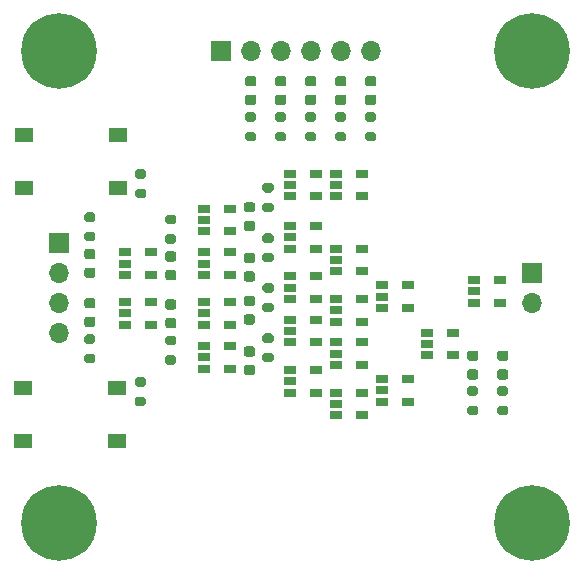
<source format=gbr>
%TF.GenerationSoftware,KiCad,Pcbnew,(5.1.9)-1*%
%TF.CreationDate,2021-04-27T12:28:50+01:00*%
%TF.ProjectId,LLC-003,4c4c432d-3030-4332-9e6b-696361645f70,1.0*%
%TF.SameCoordinates,Original*%
%TF.FileFunction,Soldermask,Top*%
%TF.FilePolarity,Negative*%
%FSLAX46Y46*%
G04 Gerber Fmt 4.6, Leading zero omitted, Abs format (unit mm)*
G04 Created by KiCad (PCBNEW (5.1.9)-1) date 2021-04-27 12:28:50*
%MOMM*%
%LPD*%
G01*
G04 APERTURE LIST*
%ADD10R,1.550000X1.300000*%
%ADD11R,1.060000X0.650000*%
%ADD12O,1.700000X1.700000*%
%ADD13R,1.700000X1.700000*%
%ADD14C,0.800000*%
%ADD15C,6.400000*%
G04 APERTURE END LIST*
D10*
%TO.C,SW2*%
X116985200Y-77066800D03*
X116985200Y-81566800D03*
X124945200Y-81566800D03*
X124945200Y-77066800D03*
%TD*%
%TO.C,SW1*%
X124894400Y-103004400D03*
X124894400Y-98504400D03*
X116934400Y-98504400D03*
X116934400Y-103004400D03*
%TD*%
%TO.C,R17*%
G36*
G01*
X127183800Y-80810000D02*
X126633800Y-80810000D01*
G75*
G02*
X126433800Y-80610000I0J200000D01*
G01*
X126433800Y-80210000D01*
G75*
G02*
X126633800Y-80010000I200000J0D01*
G01*
X127183800Y-80010000D01*
G75*
G02*
X127383800Y-80210000I0J-200000D01*
G01*
X127383800Y-80610000D01*
G75*
G02*
X127183800Y-80810000I-200000J0D01*
G01*
G37*
G36*
G01*
X127183800Y-82460000D02*
X126633800Y-82460000D01*
G75*
G02*
X126433800Y-82260000I0J200000D01*
G01*
X126433800Y-81860000D01*
G75*
G02*
X126633800Y-81660000I200000J0D01*
G01*
X127183800Y-81660000D01*
G75*
G02*
X127383800Y-81860000I0J-200000D01*
G01*
X127383800Y-82260000D01*
G75*
G02*
X127183800Y-82460000I-200000J0D01*
G01*
G37*
%TD*%
%TO.C,R16*%
G36*
G01*
X126583000Y-99261200D02*
X127133000Y-99261200D01*
G75*
G02*
X127333000Y-99461200I0J-200000D01*
G01*
X127333000Y-99861200D01*
G75*
G02*
X127133000Y-100061200I-200000J0D01*
G01*
X126583000Y-100061200D01*
G75*
G02*
X126383000Y-99861200I0J200000D01*
G01*
X126383000Y-99461200D01*
G75*
G02*
X126583000Y-99261200I200000J0D01*
G01*
G37*
G36*
G01*
X126583000Y-97611200D02*
X127133000Y-97611200D01*
G75*
G02*
X127333000Y-97811200I0J-200000D01*
G01*
X127333000Y-98211200D01*
G75*
G02*
X127133000Y-98411200I-200000J0D01*
G01*
X126583000Y-98411200D01*
G75*
G02*
X126383000Y-98211200I0J200000D01*
G01*
X126383000Y-97811200D01*
G75*
G02*
X126583000Y-97611200I200000J0D01*
G01*
G37*
%TD*%
D11*
%TO.C,U20*%
X157320400Y-89390400D03*
X157320400Y-91290400D03*
X155120400Y-91290400D03*
X155120400Y-90340400D03*
X155120400Y-89390400D03*
%TD*%
%TO.C,U19*%
X153358000Y-93860800D03*
X153358000Y-95760800D03*
X151158000Y-95760800D03*
X151158000Y-94810800D03*
X151158000Y-93860800D03*
%TD*%
%TO.C,U18*%
X149497200Y-97772400D03*
X149497200Y-99672400D03*
X147297200Y-99672400D03*
X147297200Y-98722400D03*
X147297200Y-97772400D03*
%TD*%
%TO.C,U17*%
X149497200Y-89847600D03*
X149497200Y-91747600D03*
X147297200Y-91747600D03*
X147297200Y-90797600D03*
X147297200Y-89847600D03*
%TD*%
%TO.C,U16*%
X145636400Y-98940800D03*
X145636400Y-100840800D03*
X143436400Y-100840800D03*
X143436400Y-99890800D03*
X143436400Y-98940800D03*
%TD*%
%TO.C,U15*%
X145636400Y-94673600D03*
X145636400Y-96573600D03*
X143436400Y-96573600D03*
X143436400Y-95623600D03*
X143436400Y-94673600D03*
%TD*%
%TO.C,U14*%
X145636400Y-91016000D03*
X145636400Y-92916000D03*
X143436400Y-92916000D03*
X143436400Y-91966000D03*
X143436400Y-91016000D03*
%TD*%
%TO.C,U13*%
X145636400Y-86748800D03*
X145636400Y-88648800D03*
X143436400Y-88648800D03*
X143436400Y-87698800D03*
X143436400Y-86748800D03*
%TD*%
%TO.C,U12*%
X141775600Y-97010400D03*
X141775600Y-98910400D03*
X139575600Y-98910400D03*
X139575600Y-97960400D03*
X139575600Y-97010400D03*
%TD*%
%TO.C,U11*%
X141775600Y-92743200D03*
X141775600Y-94643200D03*
X139575600Y-94643200D03*
X139575600Y-93693200D03*
X139575600Y-92743200D03*
%TD*%
%TO.C,U10*%
X141775600Y-89085600D03*
X141775600Y-90985600D03*
X139575600Y-90985600D03*
X139575600Y-90035600D03*
X139575600Y-89085600D03*
%TD*%
%TO.C,U9*%
X141775600Y-84818400D03*
X141775600Y-86718400D03*
X139575600Y-86718400D03*
X139575600Y-85768400D03*
X139575600Y-84818400D03*
%TD*%
%TO.C,U8*%
X145636400Y-80398800D03*
X145636400Y-82298800D03*
X143436400Y-82298800D03*
X143436400Y-81348800D03*
X143436400Y-80398800D03*
%TD*%
%TO.C,U7*%
X141758000Y-80398800D03*
X141758000Y-82298800D03*
X139558000Y-82298800D03*
X139558000Y-81348800D03*
X139558000Y-80398800D03*
%TD*%
%TO.C,U6*%
X134460400Y-94978400D03*
X134460400Y-96878400D03*
X132260400Y-96878400D03*
X132260400Y-95928400D03*
X132260400Y-94978400D03*
%TD*%
%TO.C,U5*%
X134460400Y-91270000D03*
X134460400Y-93170000D03*
X132260400Y-93170000D03*
X132260400Y-92220000D03*
X132260400Y-91270000D03*
%TD*%
%TO.C,U4*%
X134460400Y-87053600D03*
X134460400Y-88953600D03*
X132260400Y-88953600D03*
X132260400Y-88003600D03*
X132260400Y-87053600D03*
%TD*%
%TO.C,U3*%
X134460400Y-83360400D03*
X134460400Y-85260400D03*
X132260400Y-85260400D03*
X132260400Y-84310400D03*
X132260400Y-83360400D03*
%TD*%
%TO.C,U2*%
X127805600Y-87053600D03*
X127805600Y-88953600D03*
X125605600Y-88953600D03*
X125605600Y-88003600D03*
X125605600Y-87053600D03*
%TD*%
%TO.C,U1*%
X127805600Y-91270000D03*
X127805600Y-93170000D03*
X125605600Y-93170000D03*
X125605600Y-92220000D03*
X125605600Y-91270000D03*
%TD*%
%TO.C,R15*%
G36*
G01*
X157266200Y-100023200D02*
X157816200Y-100023200D01*
G75*
G02*
X158016200Y-100223200I0J-200000D01*
G01*
X158016200Y-100623200D01*
G75*
G02*
X157816200Y-100823200I-200000J0D01*
G01*
X157266200Y-100823200D01*
G75*
G02*
X157066200Y-100623200I0J200000D01*
G01*
X157066200Y-100223200D01*
G75*
G02*
X157266200Y-100023200I200000J0D01*
G01*
G37*
G36*
G01*
X157266200Y-98373200D02*
X157816200Y-98373200D01*
G75*
G02*
X158016200Y-98573200I0J-200000D01*
G01*
X158016200Y-98973200D01*
G75*
G02*
X157816200Y-99173200I-200000J0D01*
G01*
X157266200Y-99173200D01*
G75*
G02*
X157066200Y-98973200I0J200000D01*
G01*
X157066200Y-98573200D01*
G75*
G02*
X157266200Y-98373200I200000J0D01*
G01*
G37*
%TD*%
%TO.C,R14*%
G36*
G01*
X154726200Y-100023200D02*
X155276200Y-100023200D01*
G75*
G02*
X155476200Y-100223200I0J-200000D01*
G01*
X155476200Y-100623200D01*
G75*
G02*
X155276200Y-100823200I-200000J0D01*
G01*
X154726200Y-100823200D01*
G75*
G02*
X154526200Y-100623200I0J200000D01*
G01*
X154526200Y-100223200D01*
G75*
G02*
X154726200Y-100023200I200000J0D01*
G01*
G37*
G36*
G01*
X154726200Y-98373200D02*
X155276200Y-98373200D01*
G75*
G02*
X155476200Y-98573200I0J-200000D01*
G01*
X155476200Y-98973200D01*
G75*
G02*
X155276200Y-99173200I-200000J0D01*
G01*
X154726200Y-99173200D01*
G75*
G02*
X154526200Y-98973200I0J200000D01*
G01*
X154526200Y-98573200D01*
G75*
G02*
X154726200Y-98373200I200000J0D01*
G01*
G37*
%TD*%
%TO.C,R13*%
G36*
G01*
X146090200Y-76846200D02*
X146640200Y-76846200D01*
G75*
G02*
X146840200Y-77046200I0J-200000D01*
G01*
X146840200Y-77446200D01*
G75*
G02*
X146640200Y-77646200I-200000J0D01*
G01*
X146090200Y-77646200D01*
G75*
G02*
X145890200Y-77446200I0J200000D01*
G01*
X145890200Y-77046200D01*
G75*
G02*
X146090200Y-76846200I200000J0D01*
G01*
G37*
G36*
G01*
X146090200Y-75196200D02*
X146640200Y-75196200D01*
G75*
G02*
X146840200Y-75396200I0J-200000D01*
G01*
X146840200Y-75796200D01*
G75*
G02*
X146640200Y-75996200I-200000J0D01*
G01*
X146090200Y-75996200D01*
G75*
G02*
X145890200Y-75796200I0J200000D01*
G01*
X145890200Y-75396200D01*
G75*
G02*
X146090200Y-75196200I200000J0D01*
G01*
G37*
%TD*%
%TO.C,R12*%
G36*
G01*
X143550200Y-76846200D02*
X144100200Y-76846200D01*
G75*
G02*
X144300200Y-77046200I0J-200000D01*
G01*
X144300200Y-77446200D01*
G75*
G02*
X144100200Y-77646200I-200000J0D01*
G01*
X143550200Y-77646200D01*
G75*
G02*
X143350200Y-77446200I0J200000D01*
G01*
X143350200Y-77046200D01*
G75*
G02*
X143550200Y-76846200I200000J0D01*
G01*
G37*
G36*
G01*
X143550200Y-75196200D02*
X144100200Y-75196200D01*
G75*
G02*
X144300200Y-75396200I0J-200000D01*
G01*
X144300200Y-75796200D01*
G75*
G02*
X144100200Y-75996200I-200000J0D01*
G01*
X143550200Y-75996200D01*
G75*
G02*
X143350200Y-75796200I0J200000D01*
G01*
X143350200Y-75396200D01*
G75*
G02*
X143550200Y-75196200I200000J0D01*
G01*
G37*
%TD*%
%TO.C,R11*%
G36*
G01*
X141010200Y-76846200D02*
X141560200Y-76846200D01*
G75*
G02*
X141760200Y-77046200I0J-200000D01*
G01*
X141760200Y-77446200D01*
G75*
G02*
X141560200Y-77646200I-200000J0D01*
G01*
X141010200Y-77646200D01*
G75*
G02*
X140810200Y-77446200I0J200000D01*
G01*
X140810200Y-77046200D01*
G75*
G02*
X141010200Y-76846200I200000J0D01*
G01*
G37*
G36*
G01*
X141010200Y-75196200D02*
X141560200Y-75196200D01*
G75*
G02*
X141760200Y-75396200I0J-200000D01*
G01*
X141760200Y-75796200D01*
G75*
G02*
X141560200Y-75996200I-200000J0D01*
G01*
X141010200Y-75996200D01*
G75*
G02*
X140810200Y-75796200I0J200000D01*
G01*
X140810200Y-75396200D01*
G75*
G02*
X141010200Y-75196200I200000J0D01*
G01*
G37*
%TD*%
%TO.C,R10*%
G36*
G01*
X138470200Y-76846200D02*
X139020200Y-76846200D01*
G75*
G02*
X139220200Y-77046200I0J-200000D01*
G01*
X139220200Y-77446200D01*
G75*
G02*
X139020200Y-77646200I-200000J0D01*
G01*
X138470200Y-77646200D01*
G75*
G02*
X138270200Y-77446200I0J200000D01*
G01*
X138270200Y-77046200D01*
G75*
G02*
X138470200Y-76846200I200000J0D01*
G01*
G37*
G36*
G01*
X138470200Y-75196200D02*
X139020200Y-75196200D01*
G75*
G02*
X139220200Y-75396200I0J-200000D01*
G01*
X139220200Y-75796200D01*
G75*
G02*
X139020200Y-75996200I-200000J0D01*
G01*
X138470200Y-75996200D01*
G75*
G02*
X138270200Y-75796200I0J200000D01*
G01*
X138270200Y-75396200D01*
G75*
G02*
X138470200Y-75196200I200000J0D01*
G01*
G37*
%TD*%
%TO.C,R9*%
G36*
G01*
X135930200Y-76846200D02*
X136480200Y-76846200D01*
G75*
G02*
X136680200Y-77046200I0J-200000D01*
G01*
X136680200Y-77446200D01*
G75*
G02*
X136480200Y-77646200I-200000J0D01*
G01*
X135930200Y-77646200D01*
G75*
G02*
X135730200Y-77446200I0J200000D01*
G01*
X135730200Y-77046200D01*
G75*
G02*
X135930200Y-76846200I200000J0D01*
G01*
G37*
G36*
G01*
X135930200Y-75196200D02*
X136480200Y-75196200D01*
G75*
G02*
X136680200Y-75396200I0J-200000D01*
G01*
X136680200Y-75796200D01*
G75*
G02*
X136480200Y-75996200I-200000J0D01*
G01*
X135930200Y-75996200D01*
G75*
G02*
X135730200Y-75796200I0J200000D01*
G01*
X135730200Y-75396200D01*
G75*
G02*
X135930200Y-75196200I200000J0D01*
G01*
G37*
%TD*%
%TO.C,R8*%
G36*
G01*
X137953400Y-94702800D02*
X137403400Y-94702800D01*
G75*
G02*
X137203400Y-94502800I0J200000D01*
G01*
X137203400Y-94102800D01*
G75*
G02*
X137403400Y-93902800I200000J0D01*
G01*
X137953400Y-93902800D01*
G75*
G02*
X138153400Y-94102800I0J-200000D01*
G01*
X138153400Y-94502800D01*
G75*
G02*
X137953400Y-94702800I-200000J0D01*
G01*
G37*
G36*
G01*
X137953400Y-96352800D02*
X137403400Y-96352800D01*
G75*
G02*
X137203400Y-96152800I0J200000D01*
G01*
X137203400Y-95752800D01*
G75*
G02*
X137403400Y-95552800I200000J0D01*
G01*
X137953400Y-95552800D01*
G75*
G02*
X138153400Y-95752800I0J-200000D01*
G01*
X138153400Y-96152800D01*
G75*
G02*
X137953400Y-96352800I-200000J0D01*
G01*
G37*
%TD*%
%TO.C,R7*%
G36*
G01*
X137953400Y-90462000D02*
X137403400Y-90462000D01*
G75*
G02*
X137203400Y-90262000I0J200000D01*
G01*
X137203400Y-89862000D01*
G75*
G02*
X137403400Y-89662000I200000J0D01*
G01*
X137953400Y-89662000D01*
G75*
G02*
X138153400Y-89862000I0J-200000D01*
G01*
X138153400Y-90262000D01*
G75*
G02*
X137953400Y-90462000I-200000J0D01*
G01*
G37*
G36*
G01*
X137953400Y-92112000D02*
X137403400Y-92112000D01*
G75*
G02*
X137203400Y-91912000I0J200000D01*
G01*
X137203400Y-91512000D01*
G75*
G02*
X137403400Y-91312000I200000J0D01*
G01*
X137953400Y-91312000D01*
G75*
G02*
X138153400Y-91512000I0J-200000D01*
G01*
X138153400Y-91912000D01*
G75*
G02*
X137953400Y-92112000I-200000J0D01*
G01*
G37*
%TD*%
%TO.C,R6*%
G36*
G01*
X137953400Y-86245600D02*
X137403400Y-86245600D01*
G75*
G02*
X137203400Y-86045600I0J200000D01*
G01*
X137203400Y-85645600D01*
G75*
G02*
X137403400Y-85445600I200000J0D01*
G01*
X137953400Y-85445600D01*
G75*
G02*
X138153400Y-85645600I0J-200000D01*
G01*
X138153400Y-86045600D01*
G75*
G02*
X137953400Y-86245600I-200000J0D01*
G01*
G37*
G36*
G01*
X137953400Y-87895600D02*
X137403400Y-87895600D01*
G75*
G02*
X137203400Y-87695600I0J200000D01*
G01*
X137203400Y-87295600D01*
G75*
G02*
X137403400Y-87095600I200000J0D01*
G01*
X137953400Y-87095600D01*
G75*
G02*
X138153400Y-87295600I0J-200000D01*
G01*
X138153400Y-87695600D01*
G75*
G02*
X137953400Y-87895600I-200000J0D01*
G01*
G37*
%TD*%
%TO.C,R5*%
G36*
G01*
X137953400Y-81978400D02*
X137403400Y-81978400D01*
G75*
G02*
X137203400Y-81778400I0J200000D01*
G01*
X137203400Y-81378400D01*
G75*
G02*
X137403400Y-81178400I200000J0D01*
G01*
X137953400Y-81178400D01*
G75*
G02*
X138153400Y-81378400I0J-200000D01*
G01*
X138153400Y-81778400D01*
G75*
G02*
X137953400Y-81978400I-200000J0D01*
G01*
G37*
G36*
G01*
X137953400Y-83628400D02*
X137403400Y-83628400D01*
G75*
G02*
X137203400Y-83428400I0J200000D01*
G01*
X137203400Y-83028400D01*
G75*
G02*
X137403400Y-82828400I200000J0D01*
G01*
X137953400Y-82828400D01*
G75*
G02*
X138153400Y-83028400I0J-200000D01*
G01*
X138153400Y-83428400D01*
G75*
G02*
X137953400Y-83628400I-200000J0D01*
G01*
G37*
%TD*%
%TO.C,R4*%
G36*
G01*
X129173800Y-95756000D02*
X129723800Y-95756000D01*
G75*
G02*
X129923800Y-95956000I0J-200000D01*
G01*
X129923800Y-96356000D01*
G75*
G02*
X129723800Y-96556000I-200000J0D01*
G01*
X129173800Y-96556000D01*
G75*
G02*
X128973800Y-96356000I0J200000D01*
G01*
X128973800Y-95956000D01*
G75*
G02*
X129173800Y-95756000I200000J0D01*
G01*
G37*
G36*
G01*
X129173800Y-94106000D02*
X129723800Y-94106000D01*
G75*
G02*
X129923800Y-94306000I0J-200000D01*
G01*
X129923800Y-94706000D01*
G75*
G02*
X129723800Y-94906000I-200000J0D01*
G01*
X129173800Y-94906000D01*
G75*
G02*
X128973800Y-94706000I0J200000D01*
G01*
X128973800Y-94306000D01*
G75*
G02*
X129173800Y-94106000I200000J0D01*
G01*
G37*
%TD*%
%TO.C,R3*%
G36*
G01*
X129723800Y-84670800D02*
X129173800Y-84670800D01*
G75*
G02*
X128973800Y-84470800I0J200000D01*
G01*
X128973800Y-84070800D01*
G75*
G02*
X129173800Y-83870800I200000J0D01*
G01*
X129723800Y-83870800D01*
G75*
G02*
X129923800Y-84070800I0J-200000D01*
G01*
X129923800Y-84470800D01*
G75*
G02*
X129723800Y-84670800I-200000J0D01*
G01*
G37*
G36*
G01*
X129723800Y-86320800D02*
X129173800Y-86320800D01*
G75*
G02*
X128973800Y-86120800I0J200000D01*
G01*
X128973800Y-85720800D01*
G75*
G02*
X129173800Y-85520800I200000J0D01*
G01*
X129723800Y-85520800D01*
G75*
G02*
X129923800Y-85720800I0J-200000D01*
G01*
X129923800Y-86120800D01*
G75*
G02*
X129723800Y-86320800I-200000J0D01*
G01*
G37*
%TD*%
%TO.C,R2*%
G36*
G01*
X122865800Y-84467600D02*
X122315800Y-84467600D01*
G75*
G02*
X122115800Y-84267600I0J200000D01*
G01*
X122115800Y-83867600D01*
G75*
G02*
X122315800Y-83667600I200000J0D01*
G01*
X122865800Y-83667600D01*
G75*
G02*
X123065800Y-83867600I0J-200000D01*
G01*
X123065800Y-84267600D01*
G75*
G02*
X122865800Y-84467600I-200000J0D01*
G01*
G37*
G36*
G01*
X122865800Y-86117600D02*
X122315800Y-86117600D01*
G75*
G02*
X122115800Y-85917600I0J200000D01*
G01*
X122115800Y-85517600D01*
G75*
G02*
X122315800Y-85317600I200000J0D01*
G01*
X122865800Y-85317600D01*
G75*
G02*
X123065800Y-85517600I0J-200000D01*
G01*
X123065800Y-85917600D01*
G75*
G02*
X122865800Y-86117600I-200000J0D01*
G01*
G37*
%TD*%
%TO.C,R1*%
G36*
G01*
X122315800Y-95642200D02*
X122865800Y-95642200D01*
G75*
G02*
X123065800Y-95842200I0J-200000D01*
G01*
X123065800Y-96242200D01*
G75*
G02*
X122865800Y-96442200I-200000J0D01*
G01*
X122315800Y-96442200D01*
G75*
G02*
X122115800Y-96242200I0J200000D01*
G01*
X122115800Y-95842200D01*
G75*
G02*
X122315800Y-95642200I200000J0D01*
G01*
G37*
G36*
G01*
X122315800Y-93992200D02*
X122865800Y-93992200D01*
G75*
G02*
X123065800Y-94192200I0J-200000D01*
G01*
X123065800Y-94592200D01*
G75*
G02*
X122865800Y-94792200I-200000J0D01*
G01*
X122315800Y-94792200D01*
G75*
G02*
X122115800Y-94592200I0J200000D01*
G01*
X122115800Y-94192200D01*
G75*
G02*
X122315800Y-93992200I200000J0D01*
G01*
G37*
%TD*%
D12*
%TO.C,J3*%
X160000000Y-91290000D03*
D13*
X160000000Y-88750000D03*
%TD*%
D12*
%TO.C,J2*%
X146365200Y-70000000D03*
X143825200Y-70000000D03*
X141285200Y-70000000D03*
X138745200Y-70000000D03*
X136205200Y-70000000D03*
D13*
X133665200Y-70000000D03*
%TD*%
D12*
%TO.C,J1*%
X120000000Y-93870000D03*
X120000000Y-91330000D03*
X120000000Y-88790000D03*
D13*
X120000000Y-86250000D03*
%TD*%
D14*
%TO.C,H4*%
X161697056Y-108302944D03*
X160000000Y-107600000D03*
X158302944Y-108302944D03*
X157600000Y-110000000D03*
X158302944Y-111697056D03*
X160000000Y-112400000D03*
X161697056Y-111697056D03*
X162400000Y-110000000D03*
D15*
X160000000Y-110000000D03*
%TD*%
D14*
%TO.C,H3*%
X161697056Y-68302944D03*
X160000000Y-67600000D03*
X158302944Y-68302944D03*
X157600000Y-70000000D03*
X158302944Y-71697056D03*
X160000000Y-72400000D03*
X161697056Y-71697056D03*
X162400000Y-70000000D03*
D15*
X160000000Y-70000000D03*
%TD*%
D14*
%TO.C,H2*%
X121697056Y-68302944D03*
X120000000Y-67600000D03*
X118302944Y-68302944D03*
X117600000Y-70000000D03*
X118302944Y-71697056D03*
X120000000Y-72400000D03*
X121697056Y-71697056D03*
X122400000Y-70000000D03*
D15*
X120000000Y-70000000D03*
%TD*%
D14*
%TO.C,H1*%
X121697056Y-108302944D03*
X120000000Y-107600000D03*
X118302944Y-108302944D03*
X117600000Y-110000000D03*
X118302944Y-111697056D03*
X120000000Y-112400000D03*
X121697056Y-111697056D03*
X122400000Y-110000000D03*
D15*
X120000000Y-110000000D03*
%TD*%
%TO.C,D15*%
G36*
G01*
X157797450Y-96238800D02*
X157284950Y-96238800D01*
G75*
G02*
X157066200Y-96020050I0J218750D01*
G01*
X157066200Y-95582550D01*
G75*
G02*
X157284950Y-95363800I218750J0D01*
G01*
X157797450Y-95363800D01*
G75*
G02*
X158016200Y-95582550I0J-218750D01*
G01*
X158016200Y-96020050D01*
G75*
G02*
X157797450Y-96238800I-218750J0D01*
G01*
G37*
G36*
G01*
X157797450Y-97813800D02*
X157284950Y-97813800D01*
G75*
G02*
X157066200Y-97595050I0J218750D01*
G01*
X157066200Y-97157550D01*
G75*
G02*
X157284950Y-96938800I218750J0D01*
G01*
X157797450Y-96938800D01*
G75*
G02*
X158016200Y-97157550I0J-218750D01*
G01*
X158016200Y-97595050D01*
G75*
G02*
X157797450Y-97813800I-218750J0D01*
G01*
G37*
%TD*%
%TO.C,D14*%
G36*
G01*
X155257450Y-96238800D02*
X154744950Y-96238800D01*
G75*
G02*
X154526200Y-96020050I0J218750D01*
G01*
X154526200Y-95582550D01*
G75*
G02*
X154744950Y-95363800I218750J0D01*
G01*
X155257450Y-95363800D01*
G75*
G02*
X155476200Y-95582550I0J-218750D01*
G01*
X155476200Y-96020050D01*
G75*
G02*
X155257450Y-96238800I-218750J0D01*
G01*
G37*
G36*
G01*
X155257450Y-97813800D02*
X154744950Y-97813800D01*
G75*
G02*
X154526200Y-97595050I0J218750D01*
G01*
X154526200Y-97157550D01*
G75*
G02*
X154744950Y-96938800I218750J0D01*
G01*
X155257450Y-96938800D01*
G75*
G02*
X155476200Y-97157550I0J-218750D01*
G01*
X155476200Y-97595050D01*
G75*
G02*
X155257450Y-97813800I-218750J0D01*
G01*
G37*
%TD*%
%TO.C,D13*%
G36*
G01*
X146621450Y-72997700D02*
X146108950Y-72997700D01*
G75*
G02*
X145890200Y-72778950I0J218750D01*
G01*
X145890200Y-72341450D01*
G75*
G02*
X146108950Y-72122700I218750J0D01*
G01*
X146621450Y-72122700D01*
G75*
G02*
X146840200Y-72341450I0J-218750D01*
G01*
X146840200Y-72778950D01*
G75*
G02*
X146621450Y-72997700I-218750J0D01*
G01*
G37*
G36*
G01*
X146621450Y-74572700D02*
X146108950Y-74572700D01*
G75*
G02*
X145890200Y-74353950I0J218750D01*
G01*
X145890200Y-73916450D01*
G75*
G02*
X146108950Y-73697700I218750J0D01*
G01*
X146621450Y-73697700D01*
G75*
G02*
X146840200Y-73916450I0J-218750D01*
G01*
X146840200Y-74353950D01*
G75*
G02*
X146621450Y-74572700I-218750J0D01*
G01*
G37*
%TD*%
%TO.C,D12*%
G36*
G01*
X144081450Y-72997900D02*
X143568950Y-72997900D01*
G75*
G02*
X143350200Y-72779150I0J218750D01*
G01*
X143350200Y-72341650D01*
G75*
G02*
X143568950Y-72122900I218750J0D01*
G01*
X144081450Y-72122900D01*
G75*
G02*
X144300200Y-72341650I0J-218750D01*
G01*
X144300200Y-72779150D01*
G75*
G02*
X144081450Y-72997900I-218750J0D01*
G01*
G37*
G36*
G01*
X144081450Y-74572900D02*
X143568950Y-74572900D01*
G75*
G02*
X143350200Y-74354150I0J218750D01*
G01*
X143350200Y-73916650D01*
G75*
G02*
X143568950Y-73697900I218750J0D01*
G01*
X144081450Y-73697900D01*
G75*
G02*
X144300200Y-73916650I0J-218750D01*
G01*
X144300200Y-74354150D01*
G75*
G02*
X144081450Y-74572900I-218750J0D01*
G01*
G37*
%TD*%
%TO.C,D11*%
G36*
G01*
X141541450Y-72997900D02*
X141028950Y-72997900D01*
G75*
G02*
X140810200Y-72779150I0J218750D01*
G01*
X140810200Y-72341650D01*
G75*
G02*
X141028950Y-72122900I218750J0D01*
G01*
X141541450Y-72122900D01*
G75*
G02*
X141760200Y-72341650I0J-218750D01*
G01*
X141760200Y-72779150D01*
G75*
G02*
X141541450Y-72997900I-218750J0D01*
G01*
G37*
G36*
G01*
X141541450Y-74572900D02*
X141028950Y-74572900D01*
G75*
G02*
X140810200Y-74354150I0J218750D01*
G01*
X140810200Y-73916650D01*
G75*
G02*
X141028950Y-73697900I218750J0D01*
G01*
X141541450Y-73697900D01*
G75*
G02*
X141760200Y-73916650I0J-218750D01*
G01*
X141760200Y-74354150D01*
G75*
G02*
X141541450Y-74572900I-218750J0D01*
G01*
G37*
%TD*%
%TO.C,D10*%
G36*
G01*
X139001450Y-72997700D02*
X138488950Y-72997700D01*
G75*
G02*
X138270200Y-72778950I0J218750D01*
G01*
X138270200Y-72341450D01*
G75*
G02*
X138488950Y-72122700I218750J0D01*
G01*
X139001450Y-72122700D01*
G75*
G02*
X139220200Y-72341450I0J-218750D01*
G01*
X139220200Y-72778950D01*
G75*
G02*
X139001450Y-72997700I-218750J0D01*
G01*
G37*
G36*
G01*
X139001450Y-74572700D02*
X138488950Y-74572700D01*
G75*
G02*
X138270200Y-74353950I0J218750D01*
G01*
X138270200Y-73916450D01*
G75*
G02*
X138488950Y-73697700I218750J0D01*
G01*
X139001450Y-73697700D01*
G75*
G02*
X139220200Y-73916450I0J-218750D01*
G01*
X139220200Y-74353950D01*
G75*
G02*
X139001450Y-74572700I-218750J0D01*
G01*
G37*
%TD*%
%TO.C,D9*%
G36*
G01*
X136461450Y-72997900D02*
X135948950Y-72997900D01*
G75*
G02*
X135730200Y-72779150I0J218750D01*
G01*
X135730200Y-72341650D01*
G75*
G02*
X135948950Y-72122900I218750J0D01*
G01*
X136461450Y-72122900D01*
G75*
G02*
X136680200Y-72341650I0J-218750D01*
G01*
X136680200Y-72779150D01*
G75*
G02*
X136461450Y-72997900I-218750J0D01*
G01*
G37*
G36*
G01*
X136461450Y-74572900D02*
X135948950Y-74572900D01*
G75*
G02*
X135730200Y-74354150I0J218750D01*
G01*
X135730200Y-73916650D01*
G75*
G02*
X135948950Y-73697900I218750J0D01*
G01*
X136461450Y-73697900D01*
G75*
G02*
X136680200Y-73916650I0J-218750D01*
G01*
X136680200Y-74354150D01*
G75*
G02*
X136461450Y-74572900I-218750J0D01*
G01*
G37*
%TD*%
%TO.C,D8*%
G36*
G01*
X135847350Y-96583200D02*
X136359850Y-96583200D01*
G75*
G02*
X136578600Y-96801950I0J-218750D01*
G01*
X136578600Y-97239450D01*
G75*
G02*
X136359850Y-97458200I-218750J0D01*
G01*
X135847350Y-97458200D01*
G75*
G02*
X135628600Y-97239450I0J218750D01*
G01*
X135628600Y-96801950D01*
G75*
G02*
X135847350Y-96583200I218750J0D01*
G01*
G37*
G36*
G01*
X135847350Y-95008200D02*
X136359850Y-95008200D01*
G75*
G02*
X136578600Y-95226950I0J-218750D01*
G01*
X136578600Y-95664450D01*
G75*
G02*
X136359850Y-95883200I-218750J0D01*
G01*
X135847350Y-95883200D01*
G75*
G02*
X135628600Y-95664450I0J218750D01*
G01*
X135628600Y-95226950D01*
G75*
G02*
X135847350Y-95008200I218750J0D01*
G01*
G37*
%TD*%
%TO.C,D7*%
G36*
G01*
X135847350Y-92290500D02*
X136359850Y-92290500D01*
G75*
G02*
X136578600Y-92509250I0J-218750D01*
G01*
X136578600Y-92946750D01*
G75*
G02*
X136359850Y-93165500I-218750J0D01*
G01*
X135847350Y-93165500D01*
G75*
G02*
X135628600Y-92946750I0J218750D01*
G01*
X135628600Y-92509250D01*
G75*
G02*
X135847350Y-92290500I218750J0D01*
G01*
G37*
G36*
G01*
X135847350Y-90715500D02*
X136359850Y-90715500D01*
G75*
G02*
X136578600Y-90934250I0J-218750D01*
G01*
X136578600Y-91371750D01*
G75*
G02*
X136359850Y-91590500I-218750J0D01*
G01*
X135847350Y-91590500D01*
G75*
G02*
X135628600Y-91371750I0J218750D01*
G01*
X135628600Y-90934250D01*
G75*
G02*
X135847350Y-90715500I218750J0D01*
G01*
G37*
%TD*%
%TO.C,D6*%
G36*
G01*
X135847350Y-88658400D02*
X136359850Y-88658400D01*
G75*
G02*
X136578600Y-88877150I0J-218750D01*
G01*
X136578600Y-89314650D01*
G75*
G02*
X136359850Y-89533400I-218750J0D01*
G01*
X135847350Y-89533400D01*
G75*
G02*
X135628600Y-89314650I0J218750D01*
G01*
X135628600Y-88877150D01*
G75*
G02*
X135847350Y-88658400I218750J0D01*
G01*
G37*
G36*
G01*
X135847350Y-87083400D02*
X136359850Y-87083400D01*
G75*
G02*
X136578600Y-87302150I0J-218750D01*
G01*
X136578600Y-87739650D01*
G75*
G02*
X136359850Y-87958400I-218750J0D01*
G01*
X135847350Y-87958400D01*
G75*
G02*
X135628600Y-87739650I0J218750D01*
G01*
X135628600Y-87302150D01*
G75*
G02*
X135847350Y-87083400I218750J0D01*
G01*
G37*
%TD*%
%TO.C,D5*%
G36*
G01*
X135847350Y-84365700D02*
X136359850Y-84365700D01*
G75*
G02*
X136578600Y-84584450I0J-218750D01*
G01*
X136578600Y-85021950D01*
G75*
G02*
X136359850Y-85240700I-218750J0D01*
G01*
X135847350Y-85240700D01*
G75*
G02*
X135628600Y-85021950I0J218750D01*
G01*
X135628600Y-84584450D01*
G75*
G02*
X135847350Y-84365700I218750J0D01*
G01*
G37*
G36*
G01*
X135847350Y-82790700D02*
X136359850Y-82790700D01*
G75*
G02*
X136578600Y-83009450I0J-218750D01*
G01*
X136578600Y-83446950D01*
G75*
G02*
X136359850Y-83665700I-218750J0D01*
G01*
X135847350Y-83665700D01*
G75*
G02*
X135628600Y-83446950I0J218750D01*
G01*
X135628600Y-83009450D01*
G75*
G02*
X135847350Y-82790700I218750J0D01*
G01*
G37*
%TD*%
%TO.C,D4*%
G36*
G01*
X129705050Y-91895300D02*
X129192550Y-91895300D01*
G75*
G02*
X128973800Y-91676550I0J218750D01*
G01*
X128973800Y-91239050D01*
G75*
G02*
X129192550Y-91020300I218750J0D01*
G01*
X129705050Y-91020300D01*
G75*
G02*
X129923800Y-91239050I0J-218750D01*
G01*
X129923800Y-91676550D01*
G75*
G02*
X129705050Y-91895300I-218750J0D01*
G01*
G37*
G36*
G01*
X129705050Y-93470300D02*
X129192550Y-93470300D01*
G75*
G02*
X128973800Y-93251550I0J218750D01*
G01*
X128973800Y-92814050D01*
G75*
G02*
X129192550Y-92595300I218750J0D01*
G01*
X129705050Y-92595300D01*
G75*
G02*
X129923800Y-92814050I0J-218750D01*
G01*
X129923800Y-93251550D01*
G75*
G02*
X129705050Y-93470300I-218750J0D01*
G01*
G37*
%TD*%
%TO.C,D3*%
G36*
G01*
X129192550Y-88531500D02*
X129705050Y-88531500D01*
G75*
G02*
X129923800Y-88750250I0J-218750D01*
G01*
X129923800Y-89187750D01*
G75*
G02*
X129705050Y-89406500I-218750J0D01*
G01*
X129192550Y-89406500D01*
G75*
G02*
X128973800Y-89187750I0J218750D01*
G01*
X128973800Y-88750250D01*
G75*
G02*
X129192550Y-88531500I218750J0D01*
G01*
G37*
G36*
G01*
X129192550Y-86956500D02*
X129705050Y-86956500D01*
G75*
G02*
X129923800Y-87175250I0J-218750D01*
G01*
X129923800Y-87612750D01*
G75*
G02*
X129705050Y-87831500I-218750J0D01*
G01*
X129192550Y-87831500D01*
G75*
G02*
X128973800Y-87612750I0J218750D01*
G01*
X128973800Y-87175250D01*
G75*
G02*
X129192550Y-86956500I218750J0D01*
G01*
G37*
%TD*%
%TO.C,D2*%
G36*
G01*
X122334550Y-88328300D02*
X122847050Y-88328300D01*
G75*
G02*
X123065800Y-88547050I0J-218750D01*
G01*
X123065800Y-88984550D01*
G75*
G02*
X122847050Y-89203300I-218750J0D01*
G01*
X122334550Y-89203300D01*
G75*
G02*
X122115800Y-88984550I0J218750D01*
G01*
X122115800Y-88547050D01*
G75*
G02*
X122334550Y-88328300I218750J0D01*
G01*
G37*
G36*
G01*
X122334550Y-86753300D02*
X122847050Y-86753300D01*
G75*
G02*
X123065800Y-86972050I0J-218750D01*
G01*
X123065800Y-87409550D01*
G75*
G02*
X122847050Y-87628300I-218750J0D01*
G01*
X122334550Y-87628300D01*
G75*
G02*
X122115800Y-87409550I0J218750D01*
G01*
X122115800Y-86972050D01*
G75*
G02*
X122334550Y-86753300I218750J0D01*
G01*
G37*
%TD*%
%TO.C,D1*%
G36*
G01*
X122847050Y-91793900D02*
X122334550Y-91793900D01*
G75*
G02*
X122115800Y-91575150I0J218750D01*
G01*
X122115800Y-91137650D01*
G75*
G02*
X122334550Y-90918900I218750J0D01*
G01*
X122847050Y-90918900D01*
G75*
G02*
X123065800Y-91137650I0J-218750D01*
G01*
X123065800Y-91575150D01*
G75*
G02*
X122847050Y-91793900I-218750J0D01*
G01*
G37*
G36*
G01*
X122847050Y-93368900D02*
X122334550Y-93368900D01*
G75*
G02*
X122115800Y-93150150I0J218750D01*
G01*
X122115800Y-92712650D01*
G75*
G02*
X122334550Y-92493900I218750J0D01*
G01*
X122847050Y-92493900D01*
G75*
G02*
X123065800Y-92712650I0J-218750D01*
G01*
X123065800Y-93150150D01*
G75*
G02*
X122847050Y-93368900I-218750J0D01*
G01*
G37*
%TD*%
M02*

</source>
